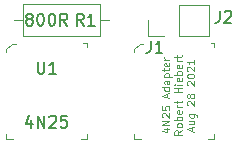
<source format=gbr>
%TF.GenerationSoftware,KiCad,Pcbnew,(5.1.6)-1*%
%TF.CreationDate,2021-08-30T08:33:36-07:00*%
%TF.ProjectId,4N25 Adapter,344e3235-2041-4646-9170-7465722e6b69,rev?*%
%TF.SameCoordinates,Original*%
%TF.FileFunction,Legend,Top*%
%TF.FilePolarity,Positive*%
%FSLAX46Y46*%
G04 Gerber Fmt 4.6, Leading zero omitted, Abs format (unit mm)*
G04 Created by KiCad (PCBNEW (5.1.6)-1) date 2021-08-30 08:33:36*
%MOMM*%
%LPD*%
G01*
G04 APERTURE LIST*
%ADD10C,0.101600*%
%ADD11C,0.100000*%
%ADD12C,0.120000*%
%ADD13C,0.150000*%
G04 APERTURE END LIST*
D10*
X119205828Y-95806380D02*
X119629161Y-95806380D01*
X118963923Y-95957571D02*
X119417495Y-96108761D01*
X119417495Y-95715666D01*
X119629161Y-95473761D02*
X118994161Y-95473761D01*
X119629161Y-95110904D01*
X118994161Y-95110904D01*
X119054638Y-94838761D02*
X119024400Y-94808523D01*
X118994161Y-94748047D01*
X118994161Y-94596857D01*
X119024400Y-94536380D01*
X119054638Y-94506142D01*
X119115114Y-94475904D01*
X119175590Y-94475904D01*
X119266304Y-94506142D01*
X119629161Y-94869000D01*
X119629161Y-94475904D01*
X118994161Y-93901380D02*
X118994161Y-94203761D01*
X119296542Y-94234000D01*
X119266304Y-94203761D01*
X119236066Y-94143285D01*
X119236066Y-93992095D01*
X119266304Y-93931619D01*
X119296542Y-93901380D01*
X119357019Y-93871142D01*
X119508209Y-93871142D01*
X119568685Y-93901380D01*
X119598923Y-93931619D01*
X119629161Y-93992095D01*
X119629161Y-94143285D01*
X119598923Y-94203761D01*
X119568685Y-94234000D01*
X119447733Y-93145428D02*
X119447733Y-92843047D01*
X119629161Y-93205904D02*
X118994161Y-92994238D01*
X119629161Y-92782571D01*
X119629161Y-92298761D02*
X118994161Y-92298761D01*
X119598923Y-92298761D02*
X119629161Y-92359238D01*
X119629161Y-92480190D01*
X119598923Y-92540666D01*
X119568685Y-92570904D01*
X119508209Y-92601142D01*
X119326780Y-92601142D01*
X119266304Y-92570904D01*
X119236066Y-92540666D01*
X119205828Y-92480190D01*
X119205828Y-92359238D01*
X119236066Y-92298761D01*
X119629161Y-91724238D02*
X119296542Y-91724238D01*
X119236066Y-91754476D01*
X119205828Y-91814952D01*
X119205828Y-91935904D01*
X119236066Y-91996380D01*
X119598923Y-91724238D02*
X119629161Y-91784714D01*
X119629161Y-91935904D01*
X119598923Y-91996380D01*
X119538447Y-92026619D01*
X119477971Y-92026619D01*
X119417495Y-91996380D01*
X119387257Y-91935904D01*
X119387257Y-91784714D01*
X119357019Y-91724238D01*
X119205828Y-91421857D02*
X119840828Y-91421857D01*
X119236066Y-91421857D02*
X119205828Y-91361380D01*
X119205828Y-91240428D01*
X119236066Y-91179952D01*
X119266304Y-91149714D01*
X119326780Y-91119476D01*
X119508209Y-91119476D01*
X119568685Y-91149714D01*
X119598923Y-91179952D01*
X119629161Y-91240428D01*
X119629161Y-91361380D01*
X119598923Y-91421857D01*
X119205828Y-90938047D02*
X119205828Y-90696142D01*
X118994161Y-90847333D02*
X119538447Y-90847333D01*
X119598923Y-90817095D01*
X119629161Y-90756619D01*
X119629161Y-90696142D01*
X119598923Y-90242571D02*
X119629161Y-90303047D01*
X119629161Y-90424000D01*
X119598923Y-90484476D01*
X119538447Y-90514714D01*
X119296542Y-90514714D01*
X119236066Y-90484476D01*
X119205828Y-90424000D01*
X119205828Y-90303047D01*
X119236066Y-90242571D01*
X119296542Y-90212333D01*
X119357019Y-90212333D01*
X119417495Y-90514714D01*
X119629161Y-89940190D02*
X119205828Y-89940190D01*
X119326780Y-89940190D02*
X119266304Y-89909952D01*
X119236066Y-89879714D01*
X119205828Y-89819238D01*
X119205828Y-89758761D01*
X120683261Y-95927333D02*
X120380880Y-96139000D01*
X120683261Y-96290190D02*
X120048261Y-96290190D01*
X120048261Y-96048285D01*
X120078500Y-95987809D01*
X120108738Y-95957571D01*
X120169214Y-95927333D01*
X120259928Y-95927333D01*
X120320404Y-95957571D01*
X120350642Y-95987809D01*
X120380880Y-96048285D01*
X120380880Y-96290190D01*
X120683261Y-95564476D02*
X120653023Y-95624952D01*
X120622785Y-95655190D01*
X120562309Y-95685428D01*
X120380880Y-95685428D01*
X120320404Y-95655190D01*
X120290166Y-95624952D01*
X120259928Y-95564476D01*
X120259928Y-95473761D01*
X120290166Y-95413285D01*
X120320404Y-95383047D01*
X120380880Y-95352809D01*
X120562309Y-95352809D01*
X120622785Y-95383047D01*
X120653023Y-95413285D01*
X120683261Y-95473761D01*
X120683261Y-95564476D01*
X120683261Y-95080666D02*
X120048261Y-95080666D01*
X120290166Y-95080666D02*
X120259928Y-95020190D01*
X120259928Y-94899238D01*
X120290166Y-94838761D01*
X120320404Y-94808523D01*
X120380880Y-94778285D01*
X120562309Y-94778285D01*
X120622785Y-94808523D01*
X120653023Y-94838761D01*
X120683261Y-94899238D01*
X120683261Y-95020190D01*
X120653023Y-95080666D01*
X120653023Y-94264238D02*
X120683261Y-94324714D01*
X120683261Y-94445666D01*
X120653023Y-94506142D01*
X120592547Y-94536380D01*
X120350642Y-94536380D01*
X120290166Y-94506142D01*
X120259928Y-94445666D01*
X120259928Y-94324714D01*
X120290166Y-94264238D01*
X120350642Y-94234000D01*
X120411119Y-94234000D01*
X120471595Y-94536380D01*
X120683261Y-93961857D02*
X120259928Y-93961857D01*
X120380880Y-93961857D02*
X120320404Y-93931619D01*
X120290166Y-93901380D01*
X120259928Y-93840904D01*
X120259928Y-93780428D01*
X120259928Y-93659476D02*
X120259928Y-93417571D01*
X120048261Y-93568761D02*
X120592547Y-93568761D01*
X120653023Y-93538523D01*
X120683261Y-93478047D01*
X120683261Y-93417571D01*
X120683261Y-92722095D02*
X120048261Y-92722095D01*
X120350642Y-92722095D02*
X120350642Y-92359238D01*
X120683261Y-92359238D02*
X120048261Y-92359238D01*
X120683261Y-92056857D02*
X120259928Y-92056857D01*
X120048261Y-92056857D02*
X120078500Y-92087095D01*
X120108738Y-92056857D01*
X120078500Y-92026619D01*
X120048261Y-92056857D01*
X120108738Y-92056857D01*
X120653023Y-91512571D02*
X120683261Y-91573047D01*
X120683261Y-91694000D01*
X120653023Y-91754476D01*
X120592547Y-91784714D01*
X120350642Y-91784714D01*
X120290166Y-91754476D01*
X120259928Y-91694000D01*
X120259928Y-91573047D01*
X120290166Y-91512571D01*
X120350642Y-91482333D01*
X120411119Y-91482333D01*
X120471595Y-91784714D01*
X120683261Y-91210190D02*
X120048261Y-91210190D01*
X120290166Y-91210190D02*
X120259928Y-91149714D01*
X120259928Y-91028761D01*
X120290166Y-90968285D01*
X120320404Y-90938047D01*
X120380880Y-90907809D01*
X120562309Y-90907809D01*
X120622785Y-90938047D01*
X120653023Y-90968285D01*
X120683261Y-91028761D01*
X120683261Y-91149714D01*
X120653023Y-91210190D01*
X120653023Y-90393761D02*
X120683261Y-90454238D01*
X120683261Y-90575190D01*
X120653023Y-90635666D01*
X120592547Y-90665904D01*
X120350642Y-90665904D01*
X120290166Y-90635666D01*
X120259928Y-90575190D01*
X120259928Y-90454238D01*
X120290166Y-90393761D01*
X120350642Y-90363523D01*
X120411119Y-90363523D01*
X120471595Y-90665904D01*
X120683261Y-90091380D02*
X120259928Y-90091380D01*
X120380880Y-90091380D02*
X120320404Y-90061142D01*
X120290166Y-90030904D01*
X120259928Y-89970428D01*
X120259928Y-89909952D01*
X120259928Y-89789000D02*
X120259928Y-89547095D01*
X120048261Y-89698285D02*
X120592547Y-89698285D01*
X120653023Y-89668047D01*
X120683261Y-89607571D01*
X120683261Y-89547095D01*
X121555933Y-95987809D02*
X121555933Y-95685428D01*
X121737361Y-96048285D02*
X121102361Y-95836619D01*
X121737361Y-95624952D01*
X121314028Y-95141142D02*
X121737361Y-95141142D01*
X121314028Y-95413285D02*
X121646647Y-95413285D01*
X121707123Y-95383047D01*
X121737361Y-95322571D01*
X121737361Y-95231857D01*
X121707123Y-95171380D01*
X121676885Y-95141142D01*
X121314028Y-94566619D02*
X121828076Y-94566619D01*
X121888552Y-94596857D01*
X121918790Y-94627095D01*
X121949028Y-94687571D01*
X121949028Y-94778285D01*
X121918790Y-94838761D01*
X121707123Y-94566619D02*
X121737361Y-94627095D01*
X121737361Y-94748047D01*
X121707123Y-94808523D01*
X121676885Y-94838761D01*
X121616409Y-94869000D01*
X121434980Y-94869000D01*
X121374504Y-94838761D01*
X121344266Y-94808523D01*
X121314028Y-94748047D01*
X121314028Y-94627095D01*
X121344266Y-94566619D01*
X121162838Y-93810666D02*
X121132600Y-93780428D01*
X121102361Y-93719952D01*
X121102361Y-93568761D01*
X121132600Y-93508285D01*
X121162838Y-93478047D01*
X121223314Y-93447809D01*
X121283790Y-93447809D01*
X121374504Y-93478047D01*
X121737361Y-93840904D01*
X121737361Y-93447809D01*
X121374504Y-93084952D02*
X121344266Y-93145428D01*
X121314028Y-93175666D01*
X121253552Y-93205904D01*
X121223314Y-93205904D01*
X121162838Y-93175666D01*
X121132600Y-93145428D01*
X121102361Y-93084952D01*
X121102361Y-92964000D01*
X121132600Y-92903523D01*
X121162838Y-92873285D01*
X121223314Y-92843047D01*
X121253552Y-92843047D01*
X121314028Y-92873285D01*
X121344266Y-92903523D01*
X121374504Y-92964000D01*
X121374504Y-93084952D01*
X121404742Y-93145428D01*
X121434980Y-93175666D01*
X121495457Y-93205904D01*
X121616409Y-93205904D01*
X121676885Y-93175666D01*
X121707123Y-93145428D01*
X121737361Y-93084952D01*
X121737361Y-92964000D01*
X121707123Y-92903523D01*
X121676885Y-92873285D01*
X121616409Y-92843047D01*
X121495457Y-92843047D01*
X121434980Y-92873285D01*
X121404742Y-92903523D01*
X121374504Y-92964000D01*
X121162838Y-92117333D02*
X121132600Y-92087095D01*
X121102361Y-92026619D01*
X121102361Y-91875428D01*
X121132600Y-91814952D01*
X121162838Y-91784714D01*
X121223314Y-91754476D01*
X121283790Y-91754476D01*
X121374504Y-91784714D01*
X121737361Y-92147571D01*
X121737361Y-91754476D01*
X121102361Y-91361380D02*
X121102361Y-91300904D01*
X121132600Y-91240428D01*
X121162838Y-91210190D01*
X121223314Y-91179952D01*
X121344266Y-91149714D01*
X121495457Y-91149714D01*
X121616409Y-91179952D01*
X121676885Y-91210190D01*
X121707123Y-91240428D01*
X121737361Y-91300904D01*
X121737361Y-91361380D01*
X121707123Y-91421857D01*
X121676885Y-91452095D01*
X121616409Y-91482333D01*
X121495457Y-91512571D01*
X121344266Y-91512571D01*
X121223314Y-91482333D01*
X121162838Y-91452095D01*
X121132600Y-91421857D01*
X121102361Y-91361380D01*
X121162838Y-90907809D02*
X121132600Y-90877571D01*
X121102361Y-90817095D01*
X121102361Y-90665904D01*
X121132600Y-90605428D01*
X121162838Y-90575190D01*
X121223314Y-90544952D01*
X121283790Y-90544952D01*
X121374504Y-90575190D01*
X121737361Y-90938047D01*
X121737361Y-90544952D01*
X121737361Y-89940190D02*
X121737361Y-90303047D01*
X121737361Y-90121619D02*
X121102361Y-90121619D01*
X121193076Y-90182095D01*
X121253552Y-90242571D01*
X121283790Y-90303047D01*
D11*
%TO.C,U1*%
X106300000Y-88590000D02*
X105825000Y-89065000D01*
X105810000Y-96270000D02*
X105810000Y-96670000D01*
X105810000Y-96670000D02*
X106410000Y-96670000D01*
X112610000Y-96670000D02*
X112610000Y-96270000D01*
X112610000Y-96670000D02*
X112110000Y-96670000D01*
X105825000Y-89290000D02*
X105825000Y-89065000D01*
X106300000Y-88590000D02*
X106600000Y-88590000D01*
X112610000Y-88880000D02*
X112610000Y-88580000D01*
X112610000Y-88580000D02*
X112310000Y-88580000D01*
D12*
%TO.C,R1*%
X113760000Y-87984000D02*
X113760000Y-85244000D01*
X113760000Y-85244000D02*
X107220000Y-85244000D01*
X107220000Y-85244000D02*
X107220000Y-87984000D01*
X107220000Y-87984000D02*
X113760000Y-87984000D01*
X114530000Y-86614000D02*
X113760000Y-86614000D01*
X106450000Y-86614000D02*
X107220000Y-86614000D01*
%TO.C,J2*%
X122996000Y-87944000D02*
X122996000Y-85284000D01*
X120396000Y-87944000D02*
X122996000Y-87944000D01*
X120396000Y-85284000D02*
X122996000Y-85284000D01*
X120396000Y-87944000D02*
X120396000Y-85284000D01*
X119126000Y-87944000D02*
X117796000Y-87944000D01*
X117796000Y-87944000D02*
X117796000Y-86614000D01*
D11*
%TO.C,J1*%
X117095000Y-88590000D02*
X116620000Y-89065000D01*
X116605000Y-96270000D02*
X116605000Y-96670000D01*
X116605000Y-96670000D02*
X117205000Y-96670000D01*
X123405000Y-96670000D02*
X123405000Y-96270000D01*
X123405000Y-96670000D02*
X122905000Y-96670000D01*
X116620000Y-89290000D02*
X116620000Y-89065000D01*
X117095000Y-88590000D02*
X117395000Y-88590000D01*
X123405000Y-88880000D02*
X123405000Y-88580000D01*
X123405000Y-88580000D02*
X123105000Y-88580000D01*
%TO.C,U1*%
D13*
X108458095Y-90130380D02*
X108458095Y-90939904D01*
X108505714Y-91035142D01*
X108553333Y-91082761D01*
X108648571Y-91130380D01*
X108839047Y-91130380D01*
X108934285Y-91082761D01*
X108981904Y-91035142D01*
X109029523Y-90939904D01*
X109029523Y-90130380D01*
X110029523Y-91130380D02*
X109458095Y-91130380D01*
X109743809Y-91130380D02*
X109743809Y-90130380D01*
X109648571Y-90273238D01*
X109553333Y-90368476D01*
X109458095Y-90416095D01*
X107934285Y-95035714D02*
X107934285Y-95702380D01*
X107696190Y-94654761D02*
X107458095Y-95369047D01*
X108077142Y-95369047D01*
X108458095Y-95702380D02*
X108458095Y-94702380D01*
X109029523Y-95702380D01*
X109029523Y-94702380D01*
X109458095Y-94797619D02*
X109505714Y-94750000D01*
X109600952Y-94702380D01*
X109839047Y-94702380D01*
X109934285Y-94750000D01*
X109981904Y-94797619D01*
X110029523Y-94892857D01*
X110029523Y-94988095D01*
X109981904Y-95130952D01*
X109410476Y-95702380D01*
X110029523Y-95702380D01*
X110934285Y-94702380D02*
X110458095Y-94702380D01*
X110410476Y-95178571D01*
X110458095Y-95130952D01*
X110553333Y-95083333D01*
X110791428Y-95083333D01*
X110886666Y-95130952D01*
X110934285Y-95178571D01*
X110981904Y-95273809D01*
X110981904Y-95511904D01*
X110934285Y-95607142D01*
X110886666Y-95654761D01*
X110791428Y-95702380D01*
X110553333Y-95702380D01*
X110458095Y-95654761D01*
X110410476Y-95607142D01*
%TO.C,R1*%
X112355333Y-87066380D02*
X112022000Y-86590190D01*
X111783904Y-87066380D02*
X111783904Y-86066380D01*
X112164857Y-86066380D01*
X112260095Y-86114000D01*
X112307714Y-86161619D01*
X112355333Y-86256857D01*
X112355333Y-86399714D01*
X112307714Y-86494952D01*
X112260095Y-86542571D01*
X112164857Y-86590190D01*
X111783904Y-86590190D01*
X113307714Y-87066380D02*
X112736285Y-87066380D01*
X113022000Y-87066380D02*
X113022000Y-86066380D01*
X112926761Y-86209238D01*
X112831523Y-86304476D01*
X112736285Y-86352095D01*
X107672380Y-86494952D02*
X107577142Y-86447333D01*
X107529523Y-86399714D01*
X107481904Y-86304476D01*
X107481904Y-86256857D01*
X107529523Y-86161619D01*
X107577142Y-86114000D01*
X107672380Y-86066380D01*
X107862857Y-86066380D01*
X107958095Y-86114000D01*
X108005714Y-86161619D01*
X108053333Y-86256857D01*
X108053333Y-86304476D01*
X108005714Y-86399714D01*
X107958095Y-86447333D01*
X107862857Y-86494952D01*
X107672380Y-86494952D01*
X107577142Y-86542571D01*
X107529523Y-86590190D01*
X107481904Y-86685428D01*
X107481904Y-86875904D01*
X107529523Y-86971142D01*
X107577142Y-87018761D01*
X107672380Y-87066380D01*
X107862857Y-87066380D01*
X107958095Y-87018761D01*
X108005714Y-86971142D01*
X108053333Y-86875904D01*
X108053333Y-86685428D01*
X108005714Y-86590190D01*
X107958095Y-86542571D01*
X107862857Y-86494952D01*
X108672380Y-86066380D02*
X108767619Y-86066380D01*
X108862857Y-86114000D01*
X108910476Y-86161619D01*
X108958095Y-86256857D01*
X109005714Y-86447333D01*
X109005714Y-86685428D01*
X108958095Y-86875904D01*
X108910476Y-86971142D01*
X108862857Y-87018761D01*
X108767619Y-87066380D01*
X108672380Y-87066380D01*
X108577142Y-87018761D01*
X108529523Y-86971142D01*
X108481904Y-86875904D01*
X108434285Y-86685428D01*
X108434285Y-86447333D01*
X108481904Y-86256857D01*
X108529523Y-86161619D01*
X108577142Y-86114000D01*
X108672380Y-86066380D01*
X109624761Y-86066380D02*
X109720000Y-86066380D01*
X109815238Y-86114000D01*
X109862857Y-86161619D01*
X109910476Y-86256857D01*
X109958095Y-86447333D01*
X109958095Y-86685428D01*
X109910476Y-86875904D01*
X109862857Y-86971142D01*
X109815238Y-87018761D01*
X109720000Y-87066380D01*
X109624761Y-87066380D01*
X109529523Y-87018761D01*
X109481904Y-86971142D01*
X109434285Y-86875904D01*
X109386666Y-86685428D01*
X109386666Y-86447333D01*
X109434285Y-86256857D01*
X109481904Y-86161619D01*
X109529523Y-86114000D01*
X109624761Y-86066380D01*
X110958095Y-87066380D02*
X110624761Y-86590190D01*
X110386666Y-87066380D02*
X110386666Y-86066380D01*
X110767619Y-86066380D01*
X110862857Y-86114000D01*
X110910476Y-86161619D01*
X110958095Y-86256857D01*
X110958095Y-86399714D01*
X110910476Y-86494952D01*
X110862857Y-86542571D01*
X110767619Y-86590190D01*
X110386666Y-86590190D01*
%TO.C,J2*%
X123872666Y-85812380D02*
X123872666Y-86526666D01*
X123825047Y-86669523D01*
X123729809Y-86764761D01*
X123586952Y-86812380D01*
X123491714Y-86812380D01*
X124301238Y-85907619D02*
X124348857Y-85860000D01*
X124444095Y-85812380D01*
X124682190Y-85812380D01*
X124777428Y-85860000D01*
X124825047Y-85907619D01*
X124872666Y-86002857D01*
X124872666Y-86098095D01*
X124825047Y-86240952D01*
X124253619Y-86812380D01*
X124872666Y-86812380D01*
%TO.C,J1*%
X118030666Y-88352380D02*
X118030666Y-89066666D01*
X117983047Y-89209523D01*
X117887809Y-89304761D01*
X117744952Y-89352380D01*
X117649714Y-89352380D01*
X119030666Y-89352380D02*
X118459238Y-89352380D01*
X118744952Y-89352380D02*
X118744952Y-88352380D01*
X118649714Y-88495238D01*
X118554476Y-88590476D01*
X118459238Y-88638095D01*
%TD*%
M02*

</source>
